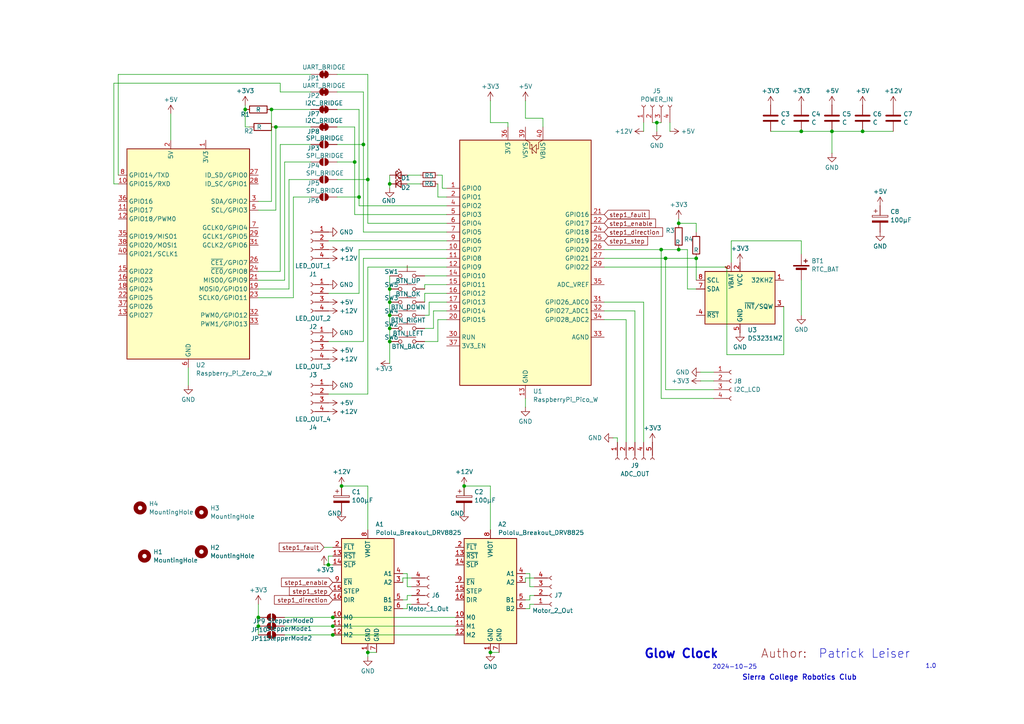
<source format=kicad_sch>
(kicad_sch (version 20250114) (generator "eeschema") (generator_version "9.0")
  (paper "A4")
  (text "1.0" (at 270.002 193.294 0) (effects (font (size 1.27 1.27))))
  (text "Glow Clock" (at 197.612 189.738 0) (effects (font (size 2.54 2.54) (thickness 0.508) (bold yes))))
  (text "Author: " (at 228.346 189.738 0) (effects (font (size 2.54 2.54))))
  (text "Patrick Leiser" (at 250.698 189.738 0) (effects (font (size 2.54 2.54))))
  (text "Sierra College Robotics Club" (at 231.902 196.596 0) (effects (font (size 1.5 1.5) (thickness 0.254) (bold yes))))
  (text "2024-10-25" (at 213.106 193.548 0) (effects (font (size 1.27 1.27))))
  (junction (at 113.03 87.63))
  (junction (at 113.03 99.06))
  (junction (at 104.14 57.15))
  (junction (at 241.3 38.1))
  (junction (at 96.52 181.61))
  (junction (at 190.5 35.56))
  (junction (at 113.03 83.82))
  (junction (at 99.06 140.97))
  (junction (at 80.01 36.83))
  (junction (at 78.74 31.75))
  (junction (at 113.03 53.34))
  (junction (at 201.93 74.93))
  (junction (at 196.85 72.39))
  (junction (at 113.03 95.25))
  (junction (at 96.52 179.07))
  (junction (at 96.52 184.15))
  (junction (at 193.04 74.93))
  (junction (at 74.93 181.61))
  (junction (at 142.24 189.23))
  (junction (at 74.93 179.07))
  (junction (at 134.62 140.97))
  (junction (at 106.68 52.07))
  (junction (at 250.19 38.1))
  (junction (at 95.25 163.83))
  (junction (at 102.87 46.99))
  (junction (at 191.77 72.39))
  (junction (at 105.41 41.91))
  (junction (at 106.68 189.23))
  (junction (at 71.12 31.75))
  (junction (at 113.03 91.44))
  (junction (at 196.85 64.77))
  (junction (at 232.41 38.1))
  (wire (pts (xy 97.79 57.15) (xy 104.14 57.15)))
  (wire (pts (xy 96.52 163.83) (xy 95.25 163.83)))
  (wire (pts (xy 201.93 67.31) (xy 201.93 64.77)))
  (wire (pts (xy 80.01 60.96) (xy 80.01 36.83)))
  (wire (pts (xy 102.87 36.83) (xy 102.87 46.99)))
  (wire (pts (xy 82.55 184.15) (xy 96.52 184.15)))
  (wire (pts (xy 81.28 24.13) (xy 81.28 26.67)))
  (wire (pts (xy 118.11 166.37) (xy 118.11 170.18)))
  (wire (pts (xy 78.74 31.75) (xy 78.74 58.42)))
  (wire (pts (xy 96.52 181.61) (xy 132.08 181.61)))
  (wire (pts (xy 203.2 110.49) (xy 207.01 110.49)))
  (wire (pts (xy 142.24 140.97) (xy 142.24 153.67)))
  (wire (pts (xy 157.48 34.29) (xy 152.4 34.29)))
  (wire (pts (xy 118.11 50.8) (xy 121.92 50.8)))
  (wire (pts (xy 95.25 99.06) (xy 105.41 99.06)))
  (wire (pts (xy 95.25 114.3) (xy 106.68 114.3)))
  (wire (pts (xy 118.11 172.72) (xy 118.11 173.99)))
  (wire (pts (xy 106.68 64.77) (xy 129.54 64.77)))
  (wire (pts (xy 33.02 53.34) (xy 33.02 24.13)))
  (wire (pts (xy 127 53.34) (xy 127 57.15)))
  (wire (pts (xy 113.03 99.06) (xy 113.03 105.41)))
  (wire (pts (xy 191.77 115.57) (xy 207.01 115.57)))
  (wire (pts (xy 119.38 172.72) (xy 118.11 172.72)))
  (wire (pts (xy 175.26 77.47) (xy 210.82 77.47)))
  (wire (pts (xy 106.68 52.07) (xy 106.68 64.77)))
  (wire (pts (xy 113.03 53.34) (xy 113.03 54.61)))
  (wire (pts (xy 113.03 83.82) (xy 113.03 87.63)))
  (wire (pts (xy 78.74 31.75) (xy 90.17 31.75)))
  (wire (pts (xy 97.79 21.59) (xy 106.68 21.59)))
  (wire (pts (xy 105.41 74.93) (xy 129.54 74.93)))
  (wire (pts (xy 82.55 46.99) (xy 90.17 46.99)))
  (wire (pts (xy 186.69 87.63) (xy 186.69 128.27)))
  (wire (pts (xy 199.39 83.82) (xy 201.93 83.82)))
  (wire (pts (xy 175.26 90.17) (xy 184.15 90.17)))
  (wire (pts (xy 241.3 38.1) (xy 250.19 38.1)))
  (wire (pts (xy 232.41 81.28) (xy 232.41 91.44)))
  (wire (pts (xy 116.84 167.64) (xy 119.38 167.64)))
  (wire (pts (xy 95.25 161.29) (xy 95.25 163.83)))
  (wire (pts (xy 82.55 179.07) (xy 96.52 179.07)))
  (wire (pts (xy 241.3 38.1) (xy 241.3 44.45)))
  (wire (pts (xy 123.19 80.01) (xy 129.54 80.01)))
  (wire (pts (xy 97.79 52.07) (xy 106.68 52.07)))
  (wire (pts (xy 152.4 115.57) (xy 152.4 118.11)))
  (wire (pts (xy 96.52 184.15) (xy 132.08 184.15)))
  (wire (pts (xy 210.82 102.87) (xy 227.33 102.87)))
  (wire (pts (xy 153.67 166.37) (xy 153.67 170.18)))
  (wire (pts (xy 106.68 77.47) (xy 106.68 114.3)))
  (wire (pts (xy 97.79 41.91) (xy 105.41 41.91)))
  (wire (pts (xy 74.93 179.07) (xy 74.93 181.61)))
  (wire (pts (xy 152.4 34.29) (xy 152.4 29.21)))
  (wire (pts (xy 105.41 67.31) (xy 129.54 67.31)))
  (wire (pts (xy 128.27 54.61) (xy 129.54 54.61)))
  (wire (pts (xy 153.67 175.26) (xy 154.94 175.26)))
  (wire (pts (xy 147.32 35.56) (xy 142.24 35.56)))
  (wire (pts (xy 184.15 90.17) (xy 184.15 128.27)))
  (wire (pts (xy 34.29 21.59) (xy 90.17 21.59)))
  (wire (pts (xy 191.77 72.39) (xy 191.77 115.57)))
  (wire (pts (xy 189.23 35.56) (xy 190.5 35.56)))
  (wire (pts (xy 153.67 170.18) (xy 154.94 170.18)))
  (wire (pts (xy 82.55 81.28) (xy 82.55 46.99)))
  (wire (pts (xy 142.24 35.56) (xy 142.24 29.21)))
  (wire (pts (xy 105.41 26.67) (xy 97.79 26.67)))
  (wire (pts (xy 152.4 176.53) (xy 153.67 176.53)))
  (wire (pts (xy 129.54 77.47) (xy 106.68 77.47)))
  (wire (pts (xy 74.93 58.42) (xy 78.74 58.42)))
  (wire (pts (xy 127 57.15) (xy 129.54 57.15)))
  (wire (pts (xy 106.68 189.23) (xy 109.22 189.23)))
  (wire (pts (xy 127 50.8) (xy 128.27 50.8)))
  (wire (pts (xy 194.31 35.56) (xy 194.31 38.1)))
  (wire (pts (xy 113.03 80.01) (xy 113.03 83.82)))
  (wire (pts (xy 190.5 35.56) (xy 190.5 38.1)))
  (wire (pts (xy 129.54 85.09) (xy 123.19 85.09)))
  (wire (pts (xy 116.84 176.53) (xy 118.11 176.53)))
  (wire (pts (xy 123.19 85.09) (xy 123.19 87.63)))
  (wire (pts (xy 113.03 87.63) (xy 113.03 91.44)))
  (wire (pts (xy 81.28 41.91) (xy 90.17 41.91)))
  (wire (pts (xy 104.14 85.09) (xy 95.25 85.09)))
  (wire (pts (xy 123.19 82.55) (xy 123.19 83.82)))
  (wire (pts (xy 106.68 140.97) (xy 99.06 140.97)))
  (wire (pts (xy 80.01 36.83) (xy 90.17 36.83)))
  (wire (pts (xy 181.61 92.71) (xy 181.61 128.27)))
  (wire (pts (xy 102.87 46.99) (xy 102.87 62.23)))
  (wire (pts (xy 34.29 53.34) (xy 33.02 53.34)))
  (wire (pts (xy 83.82 52.07) (xy 90.17 52.07)))
  (wire (pts (xy 113.03 50.8) (xy 113.03 53.34)))
  (wire (pts (xy 85.09 57.15) (xy 90.17 57.15)))
  (wire (pts (xy 142.24 189.23) (xy 144.78 189.23)))
  (wire (pts (xy 175.26 87.63) (xy 186.69 87.63)))
  (wire (pts (xy 71.12 31.75) (xy 71.12 36.83)))
  (wire (pts (xy 134.62 140.97) (xy 134.62 143.51)))
  (wire (pts (xy 97.79 36.83) (xy 102.87 36.83)))
  (wire (pts (xy 106.68 189.23) (xy 106.68 190.5)))
  (wire (pts (xy 118.11 175.26) (xy 119.38 175.26)))
  (wire (pts (xy 93.98 163.83) (xy 95.25 163.83)))
  (wire (pts (xy 199.39 72.39) (xy 199.39 83.82)))
  (wire (pts (xy 193.04 113.03) (xy 207.01 113.03)))
  (wire (pts (xy 129.54 92.71) (xy 127 92.71)))
  (wire (pts (xy 118.11 173.99) (xy 116.84 173.99)))
  (wire (pts (xy 196.85 72.39) (xy 199.39 72.39)))
  (wire (pts (xy 97.79 46.99) (xy 102.87 46.99)))
  (wire (pts (xy 104.14 72.39) (xy 129.54 72.39)))
  (wire (pts (xy 118.11 53.34) (xy 121.92 53.34)))
  (wire (pts (xy 105.41 41.91) (xy 105.41 67.31)))
  (wire (pts (xy 134.62 140.97) (xy 142.24 140.97)))
  (wire (pts (xy 147.32 35.56) (xy 147.32 36.83)))
  (wire (pts (xy 128.27 50.8) (xy 128.27 54.61)))
  (wire (pts (xy 152.4 166.37) (xy 153.67 166.37)))
  (wire (pts (xy 127 99.06) (xy 123.19 99.06)))
  (wire (pts (xy 175.26 74.93) (xy 193.04 74.93)))
  (wire (pts (xy 106.68 153.67) (xy 106.68 140.97)))
  (wire (pts (xy 125.73 95.25) (xy 123.19 95.25)))
  (wire (pts (xy 196.85 64.77) (xy 196.85 63.5)))
  (wire (pts (xy 106.68 21.59) (xy 106.68 52.07)))
  (wire (pts (xy 152.4 167.64) (xy 152.4 168.91)))
  (wire (pts (xy 85.09 86.36) (xy 85.09 57.15)))
  (wire (pts (xy 124.46 87.63) (xy 124.46 91.44)))
  (wire (pts (xy 154.94 172.72) (xy 153.67 172.72)))
  (wire (pts (xy 96.52 158.75) (xy 93.98 158.75)))
  (wire (pts (xy 250.19 38.1) (xy 259.08 38.1)))
  (wire (pts (xy 33.02 24.13) (xy 81.28 24.13)))
  (wire (pts (xy 104.14 31.75) (xy 104.14 57.15)))
  (wire (pts (xy 157.48 34.29) (xy 157.48 36.83)))
  (wire (pts (xy 74.93 81.28) (xy 82.55 81.28)))
  (wire (pts (xy 175.26 72.39) (xy 191.77 72.39)))
  (wire (pts (xy 74.93 86.36) (xy 85.09 86.36)))
  (wire (pts (xy 102.87 62.23) (xy 129.54 62.23)))
  (wire (pts (xy 83.82 83.82) (xy 83.82 52.07)))
  (wire (pts (xy 95.25 69.85) (xy 129.54 69.85)))
  (wire (pts (xy 232.41 38.1) (xy 241.3 38.1)))
  (wire (pts (xy 95.25 161.29) (xy 96.52 161.29)))
  (wire (pts (xy 129.54 87.63) (xy 124.46 87.63)))
  (wire (pts (xy 74.93 83.82) (xy 83.82 83.82)))
  (wire (pts (xy 212.09 76.2) (xy 212.09 69.85)))
  (wire (pts (xy 201.93 74.93) (xy 201.93 81.28)))
  (wire (pts (xy 54.61 106.68) (xy 54.61 111.76)))
  (wire (pts (xy 74.93 175.26) (xy 74.93 179.07)))
  (wire (pts (xy 74.93 181.61) (xy 74.93 184.15)))
  (wire (pts (xy 193.04 74.93) (xy 193.04 113.03)))
  (wire (pts (xy 116.84 166.37) (xy 118.11 166.37)))
  (wire (pts (xy 74.93 60.96) (xy 80.01 60.96)))
  (wire (pts (xy 74.93 78.74) (xy 81.28 78.74)))
  (wire (pts (xy 127 92.71) (xy 127 99.06)))
  (wire (pts (xy 125.73 90.17) (xy 125.73 95.25)))
  (wire (pts (xy 129.54 82.55) (xy 123.19 82.55)))
  (wire (pts (xy 153.67 172.72) (xy 153.67 173.99)))
  (wire (pts (xy 97.79 31.75) (xy 104.14 31.75)))
  (wire (pts (xy 49.53 33.02) (xy 49.53 40.64)))
  (wire (pts (xy 71.12 36.83) (xy 72.39 36.83)))
  (wire (pts (xy 201.93 64.77) (xy 196.85 64.77)))
  (wire (pts (xy 179.07 127) (xy 179.07 128.27)))
  (wire (pts (xy 191.77 35.56) (xy 190.5 35.56)))
  (wire (pts (xy 193.04 74.93) (xy 201.93 74.93)))
  (wire (pts (xy 129.54 90.17) (xy 125.73 90.17)))
  (wire (pts (xy 118.11 176.53) (xy 118.11 175.26)))
  (wire (pts (xy 154.94 167.64) (xy 152.4 167.64)))
  (wire (pts (xy 223.52 38.1) (xy 232.41 38.1)))
  (wire (pts (xy 210.82 77.47) (xy 210.82 102.87)))
  (wire (pts (xy 104.14 59.69) (xy 129.54 59.69)))
  (wire (pts (xy 81.28 78.74) (xy 81.28 41.91)))
  (wire (pts (xy 116.84 168.91) (xy 116.84 167.64)))
  (wire (pts (xy 104.14 72.39) (xy 104.14 85.09)))
  (wire (pts (xy 212.09 69.85) (xy 232.41 69.85)))
  (wire (pts (xy 118.11 170.18) (xy 119.38 170.18)))
  (wire (pts (xy 81.28 26.67) (xy 90.17 26.67)))
  (wire (pts (xy 113.03 95.25) (xy 113.03 99.06)))
  (wire (pts (xy 96.52 179.07) (xy 132.08 179.07)))
  (wire (pts (xy 152.4 173.99) (xy 153.67 173.99)))
  (wire (pts (xy 113.03 91.44) (xy 113.03 95.25)))
  (wire (pts (xy 203.2 107.95) (xy 207.01 107.95)))
  (wire (pts (xy 105.41 74.93) (xy 105.41 99.06)))
  (wire (pts (xy 82.55 181.61) (xy 96.52 181.61)))
  (wire (pts (xy 177.8 127) (xy 179.07 127)))
  (wire (pts (xy 34.29 50.8) (xy 34.29 21.59)))
  (wire (pts (xy 191.77 72.39) (xy 196.85 72.39)))
  (wire (pts (xy 186.69 35.56) (xy 186.69 38.1)))
  (wire (pts (xy 175.26 92.71) (xy 181.61 92.71)))
  (wire (pts (xy 71.12 30.48) (xy 71.12 31.75)))
  (wire (pts (xy 232.41 69.85) (xy 232.41 73.66)))
  (wire (pts (xy 104.14 57.15) (xy 104.14 59.69)))
  (wire (pts (xy 153.67 176.53) (xy 153.67 175.26)))
  (wire (pts (xy 124.46 91.44) (xy 123.19 91.44)))
  (wire (pts (xy 105.41 26.67) (xy 105.41 41.91)))
  (wire (pts (xy 227.33 102.87) (xy 227.33 88.9)))
  (global_label "step1_fault" (shape input) (at 175.26 62.23 0) (property "Intersheetrefs" "${INTERSHEET_REFS}" (effects (hide yes))))
  (global_label "step1_enable" (shape input) (at 175.26 64.77 0) (property "Intersheetrefs" "${INTERSHEET_REFS}" (effects (hide yes))))
  (global_label "step1_direction" (shape input) (at 96.52 173.99 180) (property "Intersheetrefs" "${INTERSHEET_REFS}" (effects (hide yes))))
  (global_label "step1_step" (shape input) (at 96.52 171.45 180) (property "Intersheetrefs" "${INTERSHEET_REFS}" (effects (hide yes))))
  (global_label "step1_direction" (shape input) (at 175.26 67.31 0) (property "Intersheetrefs" "${INTERSHEET_REFS}" (effects (hide yes))))
  (global_label "step1_enable" (shape input) (at 96.52 168.91 180) (property "Intersheetrefs" "${INTERSHEET_REFS}" (effects (hide yes))))
  (global_label "step1_fault" (shape input) (at 93.98 158.75 180) (property "Intersheetrefs" "${INTERSHEET_REFS}" (effects (hide yes))))
  (global_label "step1_step" (shape input) (at 175.26 69.85 0) (property "Intersheetrefs" "${INTERSHEET_REFS}" (effects (hide yes))))
  (symbol (lib_id "Driver_Motor:Pololu_Breakout_DRV8825") (at 106.68 168.91 0) (unit 1)
    (property "Reference" "A1" (at 108.8741 152.0655 0) (effects (justify left)))
    (property "Value" "Pololu_Breakout_DRV8825" (at 108.8741 154.4898 0) (effects (justify left)))
    (property "Footprint" "Module:Pololu_Breakout-16_15.2x20.3mm" (effects (hide yes)))
    (property "Datasheet" "https://www.pololu.com/product/2982" (effects (hide yes)))
    (property "Description" "Pololu Breakout Board, Stepper Driver DRV8825" (effects (hide yes)))
  )
  (symbol (lib_id "power:+12V") (at 259.08 30.48 0) (unit 1)
    (property "Reference" "#PWR045" (effects (hide yes)))
    (property "Value" "+12V" (at 259.08 26.3469 0))
    (property "Description" "Power symbol creates a global label with name \"+12V\"" (effects (hide yes)))
  )
  (symbol (lib_id "Connector:Conn_01x04_Socket") (at 90.17 99.06 0) (mirror y) (unit 1)
    (property "Reference" "J3" (at 90.805 108.7417 0))
    (property "Value" "LED_OUT_3" (at 90.805 106.3174 0))
    (property "Footprint" "Connector_JST:JST_XH_B4B-XH-A_1x04_P2.50mm_Vertical" (effects (hide yes)))
    (property "Description" "Generic connector, single row, 01x04, script generated" (effects (hide yes)))
  )
  (symbol (lib_id "power:+3V3") (at 214.63 76.2 0) (unit 1)
    (property "Reference" "#PWR09" (effects (hide yes)))
    (property "Value" "+3V3" (at 214.63 72.0669 0))
    (property "Description" "Power symbol creates a global label with name \"+3V3\"" (effects (hide yes)))
  )
  (symbol (lib_id "Device:C") (at 241.3 34.29 0) (unit 1)
    (property "Reference" "C5" (at 244.221 33.0778 0) (effects (justify left)))
    (property "Value" "C" (at 244.221 35.5021 0) (effects (justify left)))
    (property "Footprint" "Capacitor_SMD:C_0603_1608Metric" (effects (hide yes)))
    (property "Description" "Unpolarized capacitor" (effects (hide yes)))
  )
  (symbol (lib_id "power:+12V") (at 95.25 74.93 270) (unit 1)
    (property "Reference" "#PWR023" (effects (hide yes)))
    (property "Value" "+12V" (at 98.425 74.93 90) (effects (justify left)))
    (property "Description" "Power symbol creates a global label with name \"+12V\"" (effects (hide yes)))
  )
  (symbol (lib_id "Switch:SW_Push") (at 118.11 99.06 0) (unit 1)
    (property "Reference" "SW6" (at 113.538 97.8365 0))
    (property "Value" "BTN_BACK" (at 118.364 100.5148 0))
    (property "Footprint" "Button_Switch_SMD:SW_Push_1P1T_NO_6x6mm_H9.5mm" (effects (hide yes)))
    (property "Description" "Push button switch, generic, two pins" (effects (hide yes)))
  )
  (symbol (lib_id "power:+5V") (at 194.31 38.1 270) (unit 1)
    (property "Reference" "#PWR031" (effects (hide yes)))
    (property "Value" "+5V" (at 197.485 38.1 90) (effects (justify left)))
    (property "Description" "Power symbol creates a global label with name \"+5V\"" (effects (hide yes)))
  )
  (symbol (lib_id "Jumper:SolderJumper_2_Open") (at 78.74 181.61 0) (unit 1) (exclude_from_sim yes) (in_bom no)
    (property "Reference" "JP10" (at 75.184 182.6725 0))
    (property "Value" "StepperMode1" (at 83.82 182.3028 0))
    (property "Footprint" "Jumper:SolderJumper-2_P1.3mm_Open_Pad1.0x1.5mm" (effects (hide yes)))
    (property "Description" "Solder Jumper, 2-pole, open" (effects (hide yes)))
  )
  (symbol (lib_id "Device:R") (at 201.93 71.12 0) (unit 1)
    (property "Reference" "R4" (at 198.374 69.3998 0) (effects (justify left)))
    (property "Value" "R" (at 201.168 72.5861 0) (effects (justify left)))
    (property "Footprint" "Resistor_SMD:R_0603_1608Metric" (effects (hide yes)))
    (property "Description" "Resistor" (effects (hide yes)))
  )
  (symbol (lib_id "power:+5V") (at 152.4 29.21 0) (unit 1)
    (property "Reference" "#PWR02" (effects (hide yes)))
    (property "Value" "+5V" (at 152.4 25.0769 0))
    (property "Description" "Power symbol creates a global label with name \"+5V\"" (effects (hide yes)))
  )
  (symbol (lib_id "Switch:SW_Push") (at 118.11 80.01 0) (unit 1)
    (property "Reference" "SW1" (at 113.538 78.7865 0))
    (property "Value" "BTN_UP" (at 118.364 81.4648 0))
    (property "Footprint" "Button_Switch_SMD:SW_Push_1P1T_NO_6x6mm_H9.5mm" (effects (hide yes)))
    (property "Description" "Push button switch, generic, two pins" (effects (hide yes)))
  )
  (symbol (lib_id "Connector:Conn_01x04_Socket") (at 90.17 69.85 0) (mirror y) (unit 1)
    (property "Reference" "J1" (at 90.805 79.5317 0))
    (property "Value" "LED_OUT_1" (at 90.805 77.1074 0))
    (property "Footprint" "Connector_JST:JST_XH_B4B-XH-A_1x04_P2.50mm_Vertical" (effects (hide yes)))
    (property "Description" "Generic connector, single row, 01x04, script generated" (effects (hide yes)))
  )
  (symbol (lib_id "Device:C") (at 250.19 34.29 0) (unit 1)
    (property "Reference" "C6" (at 253.111 33.0778 0) (effects (justify left)))
    (property "Value" "C" (at 253.111 35.5021 0) (effects (justify left)))
    (property "Footprint" "Capacitor_SMD:C_0603_1608Metric" (effects (hide yes)))
    (property "Description" "Unpolarized capacitor" (effects (hide yes)))
  )
  (symbol (lib_id "Device:C_Polarized") (at 255.27 63.5 0) (unit 1)
    (property "Reference" "C8" (at 258.191 61.3988 0) (effects (justify left)))
    (property "Value" "100µF" (at 258.191 63.8231 0) (effects (justify left)))
    (property "Footprint" "Capacitor_THT:CP_Radial_D10.0mm_P5.00mm" (effects (hide yes)))
    (property "Description" "Polarized capacitor" (effects (hide yes)))
  )
  (symbol (lib_id "Device:C") (at 223.52 34.29 0) (unit 1)
    (property "Reference" "C3" (at 226.441 33.0778 0) (effects (justify left)))
    (property "Value" "C" (at 226.441 35.5021 0) (effects (justify left)))
    (property "Footprint" "Capacitor_SMD:C_0603_1608Metric" (effects (hide yes)))
    (property "Description" "Unpolarized capacitor" (effects (hide yes)))
  )
  (symbol (lib_id "power:GND") (at 203.2 107.95 270) (unit 1)
    (property "Reference" "#PWR035" (effects (hide yes)))
    (property "Value" "GND" (at 200.0251 107.95 90) (effects (justify right)))
    (property "Description" "Power symbol creates a global label with name \"GND\" , ground" (effects (hide yes)))
  )
  (symbol (lib_id "Device:R") (at 74.93 31.75 90) (unit 1)
    (property "Reference" "R1" (at 71.12 33.1935 90))
    (property "Value" "R" (at 74.93 31.8078 90))
    (property "Footprint" "Resistor_SMD:R_0603_1608Metric" (effects (hide yes)))
    (property "Description" "Resistor" (effects (hide yes)))
  )
  (symbol (lib_id "Device:Battery_Cell") (at 232.41 78.74 0) (unit 1)
    (property "Reference" "BT1" (at 235.331 75.6863 0) (effects (justify left)))
    (property "Value" "RTC_BAT" (at 235.331 78.1106 0) (effects (justify left)))
    (property "Footprint" "Battery:BatteryHolder_LINX_BAT-HLD-012-SMT" (effects (hide yes)))
    (property "Description" "Single-cell battery" (effects (hide yes)))
  )
  (symbol (lib_id "power:GND") (at 95.25 67.31 90) (unit 1)
    (property "Reference" "#PWR019" (effects (hide yes)))
    (property "Value" "GND" (at 98.425 67.31 90) (effects (justify right)))
    (property "Description" "Power symbol creates a global label with name \"GND\" , ground" (effects (hide yes)))
  )
  (symbol (lib_id "Jumper:SolderJumper_2_Bridged") (at 93.98 31.75 0) (unit 1) (exclude_from_sim yes) (in_bom no)
    (property "Reference" "JP7" (at 90.932 33.0665 0))
    (property "Value" "I2C_BRIDGE" (at 93.98 29.9028 0))
    (property "Footprint" "Jumper:SolderJumper-2_P1.3mm_Bridged_Pad1.0x1.5mm" (effects (hide yes)))
    (property "Description" "Solder Jumper, 2-pole, closed/bridged" (effects (hide yes)))
  )
  (symbol (lib_id "power:+12V") (at 95.25 90.17 270) (unit 1)
    (property "Reference" "#PWR024" (effects (hide yes)))
    (property "Value" "+12V" (at 98.425 90.17 90) (effects (justify left)))
    (property "Description" "Power symbol creates a global label with name \"+12V\"" (effects (hide yes)))
  )
  (symbol (lib_id "Connector:Conn_01x05_Socket") (at 184.15 133.35 90) (mirror x) (unit 1)
    (property "Reference" "J9" (at 184.15 135.0193 90))
    (property "Value" "ADC_OUT" (at 184.15 137.4436 90))
    (property "Footprint" "Connector_JST:JST_XH_B5B-XH-A_1x05_P2.50mm_Vertical" (effects (hide yes)))
    (property "Description" "Generic connector, single row, 01x05, script generated" (effects (hide yes)))
  )
  (symbol (lib_id "Device:C_Polarized") (at 134.62 144.78 0) (unit 1)
    (property "Reference" "C2" (at 137.541 142.6788 0) (effects (justify left)))
    (property "Value" "100µF" (at 137.541 145.1031 0) (effects (justify left)))
    (property "Footprint" "Capacitor_THT:CP_Radial_D10.0mm_P5.00mm" (effects (hide yes)))
    (property "Description" "Polarized capacitor" (effects (hide yes)))
  )
  (symbol (lib_id "Jumper:SolderJumper_2_Open") (at 93.98 52.07 0) (unit 1) (exclude_from_sim yes) (in_bom no)
    (property "Reference" "JP5" (at 90.932 53.1325 0))
    (property "Value" "SPI_BRIDGE" (at 94.234 50.2228 0))
    (property "Footprint" "Jumper:SolderJumper-2_P1.3mm_Open_Pad1.0x1.5mm" (effects (hide yes)))
    (property "Description" "Solder Jumper, 2-pole, open" (effects (hide yes)))
  )
  (symbol (lib_id "Device:LED_Small") (at 115.57 53.34 0) (unit 1)
    (property "Reference" "D2" (at 117.6655 54.4025 0))
    (property "Value" "LED_Small" (effects (hide yes)))
    (property "Footprint" "LED_SMD:LED_0603_1608Metric" (effects (hide yes)))
    (property "Description" "Light emitting diode, small symbol" (effects (hide yes)))
  )
  (symbol (lib_id "Jumper:SolderJumper_2_Bridged") (at 93.98 26.67 0) (unit 1) (exclude_from_sim yes) (in_bom no)
    (property "Reference" "JP2" (at 90.932 27.7325 0))
    (property "Value" "UART_BRIDGE" (at 93.98 24.8228 0))
    (property "Footprint" "Jumper:SolderJumper-2_P1.3mm_Bridged_Pad1.0x1.5mm" (effects (hide yes)))
    (property "Description" "Solder Jumper, 2-pole, closed/bridged" (effects (hide yes)))
  )
  (symbol (lib_id "power:+3V3") (at 74.93 175.26 0) (unit 1)
    (property "Reference" "#PWR017" (effects (hide yes)))
    (property "Value" "+3V3" (at 74.93 171.1269 0))
    (property "Description" "Power symbol creates a global label with name \"+3V3\"" (effects (hide yes)))
  )
  (symbol (lib_id "power:GND") (at 255.27 67.31 0) (unit 1)
    (property "Reference" "#PWR047" (effects (hide yes)))
    (property "Value" "GND" (at 255.27 71.4431 0))
    (property "Description" "Power symbol creates a global label with name \"GND\" , ground" (effects (hide yes)))
  )
  (symbol (lib_id "power:+3V3") (at 189.23 128.27 0) (unit 1)
    (property "Reference" "#PWR039" (effects (hide yes)))
    (property "Value" "+3V3" (at 189.23 124.1369 0))
    (property "Description" "Power symbol creates a global label with name \"+3V3\"" (effects (hide yes)))
  )
  (symbol (lib_id "Device:C") (at 232.41 34.29 0) (unit 1)
    (property "Reference" "C4" (at 235.331 33.0778 0) (effects (justify left)))
    (property "Value" "C" (at 235.331 35.5021 0) (effects (justify left)))
    (property "Footprint" "Capacitor_SMD:C_0603_1608Metric" (effects (hide yes)))
    (property "Description" "Unpolarized capacitor" (effects (hide yes)))
  )
  (symbol (lib_id "power:+5V") (at 255.27 59.69 0) (unit 1)
    (property "Reference" "#PWR046" (effects (hide yes)))
    (property "Value" "+5V" (at 255.27 55.5569 0))
    (property "Description" "Power symbol creates a global label with name \"+5V\"" (effects (hide yes)))
  )
  (symbol (lib_id "Connector:Raspberry_Pi_2_3") (at 54.61 73.66 0) (unit 1)
    (property "Reference" "U2" (at 56.8041 105.8601 0) (effects (justify left)))
    (property "Value" "Raspberry_Pi_Zero_2_W" (at 56.8041 108.2844 0) (effects (justify left)))
    (property "Footprint" "Connector_PinHeader_2.00mm:PinHeader_2x20_P2.00mm_Vertical" (effects (hide yes)))
    (property "Datasheet" "https://www.raspberrypi.org/documentation/hardware/raspberrypi/schematics/rpi_SCH_3bplus_1p0_reduced.pdf" (effects (hide yes)))
    (property "Description" "expansion header for Raspberry Pi Zero 2 W" (effects (hide yes)))
  )
  (symbol (lib_id "power:+5V") (at 49.53 33.02 0) (unit 1)
    (property "Reference" "#PWR01" (effects (hide yes)))
    (property "Value" "+5V" (at 49.53 28.8869 0))
    (property "Description" "Power symbol creates a global label with name \"+5V\"" (effects (hide yes)))
  )
  (symbol (lib_id "Device:LED_Small") (at 115.57 50.8 0) (unit 1)
    (property "Reference" "D1" (at 117.6655 51.6085 0))
    (property "Value" "LED_Small" (effects (hide yes)))
    (property "Footprint" "LED_SMD:LED_0603_1608Metric" (effects (hide yes)))
    (property "Description" "Light emitting diode, small symbol" (effects (hide yes)))
  )
  (symbol (lib_id "power:+3V3") (at 196.85 63.5 0) (unit 1)
    (property "Reference" "#PWR012" (effects (hide yes)))
    (property "Value" "+3V3" (at 196.85 59.3669 0))
    (property "Description" "Power symbol creates a global label with name \"+3V3\"" (effects (hide yes)))
  )
  (symbol (lib_id "power:+5V") (at 95.25 72.39 270) (unit 1)
    (property "Reference" "#PWR021" (effects (hide yes)))
    (property "Value" "+5V" (at 98.425 72.39 90) (effects (justify left)))
    (property "Description" "Power symbol creates a global label with name \"+5V\"" (effects (hide yes)))
  )
  (symbol (lib_id "power:+3V3") (at 113.03 105.41 90) (unit 1)
    (property "Reference" "#PWR037" (effects (hide yes)))
    (property "Value" "+3V3" (at 113.919 106.934 90) (effects (justify left)))
    (property "Description" "Power symbol creates a global label with name \"+3V3\"" (effects (hide yes)))
  )
  (symbol (lib_id "Mechanical:MountingHole") (at 40.64 147.32 0) (unit 1) (exclude_from_sim yes) (in_bom no)
    (property "Reference" "H4" (at 43.18 146.1078 0) (effects (justify left)))
    (property "Value" "MountingHole" (at 43.18 148.5321 0) (effects (justify left)))
    (property "Footprint" "MountingHole:MountingHole_3.2mm_M3" (effects (hide yes)))
    (property "Description" "Mounting Hole without connection" (effects (hide yes)))
  )
  (symbol (lib_id "power:GND") (at 214.63 96.52 0) (unit 1)
    (property "Reference" "#PWR010" (effects (hide yes)))
    (property "Value" "GND" (at 214.63 100.6531 0))
    (property "Description" "Power symbol creates a global label with name \"GND\" , ground" (effects (hide yes)))
  )
  (symbol (lib_id "power:+5V") (at 241.3 30.48 0) (unit 1)
    (property "Reference" "#PWR043" (effects (hide yes)))
    (property "Value" "+5V" (at 241.3 26.3469 0))
    (property "Description" "Power symbol creates a global label with name \"+5V\"" (effects (hide yes)))
  )
  (symbol (lib_id "power:GND") (at 241.3 44.45 0) (unit 1)
    (property "Reference" "#PWR040" (effects (hide yes)))
    (property "Value" "GND" (at 241.3 48.5831 0))
    (property "Description" "Power symbol creates a global label with name \"GND\" , ground" (effects (hide yes)))
  )
  (symbol (lib_id "Connector:Conn_01x04_Socket") (at 160.02 172.72 0) (mirror x) (unit 1)
    (property "Reference" "J7" (at 160.7312 172.6622 0) (effects (justify left)))
    (property "Value" "Motor_2_Out" (at 154.3812 177.0959 0) (effects (justify left)))
    (property "Footprint" "Connector_JST:JST_XH_B4B-XH-A_1x04_P2.50mm_Vertical" (effects (hide yes)))
    (property "Description" "Generic connector, single row, 01x04, script generated" (effects (hide yes)))
  )
  (symbol (lib_id "Jumper:SolderJumper_2_Open") (at 78.74 184.15 0) (unit 1) (exclude_from_sim yes) (in_bom no)
    (property "Reference" "JP11" (at 75.184 185.2125 0))
    (property "Value" "StepperMode2" (at 83.82 185.0968 0))
    (property "Footprint" "Jumper:SolderJumper-2_P1.3mm_Open_Pad1.0x1.5mm" (effects (hide yes)))
    (property "Description" "Solder Jumper, 2-pole, open" (effects (hide yes)))
  )
  (symbol (lib_id "power:+3V3") (at 203.2 110.49 90) (unit 1)
    (property "Reference" "#PWR036" (effects (hide yes)))
    (property "Value" "+3V3" (at 200.025 110.49 90) (effects (justify left)))
    (property "Description" "Power symbol creates a global label with name \"+3V3\"" (effects (hide yes)))
  )
  (symbol (lib_id "power:GND") (at 95.25 111.76 90) (unit 1)
    (property "Reference" "#PWR028" (effects (hide yes)))
    (property "Value" "GND" (at 98.425 111.76 90) (effects (justify right)))
    (property "Description" "Power symbol creates a global label with name \"GND\" , ground" (effects (hide yes)))
  )
  (symbol (lib_id "power:+5V") (at 95.25 87.63 270) (unit 1)
    (property "Reference" "#PWR022" (effects (hide yes)))
    (property "Value" "+5V" (at 98.425 87.63 90) (effects (justify left)))
    (property "Description" "Power symbol creates a global label with name \"+5V\"" (effects (hide yes)))
  )
  (symbol (lib_id "Device:C") (at 259.08 34.29 0) (unit 1)
    (property "Reference" "C7" (at 262.001 33.0778 0) (effects (justify left)))
    (property "Value" "C" (at 262.001 35.5021 0) (effects (justify left)))
    (property "Footprint" "Capacitor_SMD:C_0603_1608Metric" (effects (hide yes)))
    (property "Description" "Unpolarized capacitor" (effects (hide yes)))
  )
  (symbol (lib_id "Jumper:SolderJumper_2_Open") (at 93.98 41.91 0) (unit 1) (exclude_from_sim yes) (in_bom no)
    (property "Reference" "JP3" (at 90.932 42.9725 0))
    (property "Value" "SPI_BRIDGE" (at 94.234 40.0628 0))
    (property "Footprint" "Jumper:SolderJumper-2_P1.3mm_Open_Pad1.0x1.5mm" (effects (hide yes)))
    (property "Description" "Solder Jumper, 2-pole, open" (effects (hide yes)))
  )
  (symbol (lib_id "power:GND") (at 232.41 91.44 0) (unit 1)
    (property "Reference" "#PWR011" (effects (hide yes)))
    (property "Value" "GND" (at 232.41 95.5731 0))
    (property "Description" "Power symbol creates a global label with name \"GND\" , ground" (effects (hide yes)))
  )
  (symbol (lib_id "power:+3V3") (at 71.12 30.48 0) (unit 1)
    (property "Reference" "#PWR03" (effects (hide yes)))
    (property "Value" "+3V3" (at 71.12 26.3469 0))
    (property "Description" "Power symbol creates a global label with name \"+3V3\"" (effects (hide yes)))
  )
  (symbol (lib_id "Connector:Conn_01x04_Socket") (at 90.17 85.09 0) (mirror y) (unit 1)
    (property "Reference" "J2" (at 90.805 94.7717 0))
    (property "Value" "LED_OUT_2" (at 90.805 92.3474 0))
    (property "Footprint" "Connector_JST:JST_XH_B4B-XH-A_1x04_P2.50mm_Vertical" (effects (hide yes)))
    (property "Description" "Generic connector, single row, 01x04, script generated" (effects (hide yes)))
  )
  (symbol (lib_id "Switch:SW_Push") (at 118.11 95.25 0) (unit 1)
    (property "Reference" "SW2" (at 113.538 94.0265 0))
    (property "Value" "BTN_LEFT" (at 118.364 96.7048 0))
    (property "Footprint" "Button_Switch_SMD:SW_Push_1P1T_NO_6x6mm_H9.5mm" (effects (hide yes)))
    (property "Description" "Push button switch, generic, two pins" (effects (hide yes)))
  )
  (symbol (lib_id "power:+3V3") (at 93.98 163.83 0) (unit 1)
    (property "Reference" "#PWR018" (effects (hide yes)))
    (property "Value" "+3V3" (at 94.234 165.2849 0))
    (property "Description" "Power symbol creates a global label with name \"+3V3\"" (effects (hide yes)))
  )
  (symbol (lib_id "power:GND") (at 177.8 127 270) (unit 1)
    (property "Reference" "#PWR038" (effects (hide yes)))
    (property "Value" "GND" (at 174.6251 127 90) (effects (justify right)))
    (property "Description" "Power symbol creates a global label with name \"GND\" , ground" (effects (hide yes)))
  )
  (symbol (lib_id "Jumper:SolderJumper_2_Open") (at 93.98 46.99 0) (unit 1) (exclude_from_sim yes) (in_bom no)
    (property "Reference" "JP4" (at 90.932 48.0525 0))
    (property "Value" "SPI_BRIDGE" (at 94.234 45.1428 0))
    (property "Footprint" "Jumper:SolderJumper-2_P1.3mm_Open_Pad1.0x1.5mm" (effects (hide yes)))
    (property "Description" "Solder Jumper, 2-pole, open" (effects (hide yes)))
  )
  (symbol (lib_id "Jumper:SolderJumper_2_Bridged") (at 93.98 21.59 0) (unit 1) (exclude_from_sim yes) (in_bom no)
    (property "Reference" "JP1" (at 90.932 22.6525 0))
    (property "Value" "UART_BRIDGE" (at 93.98 19.4888 0))
    (property "Footprint" "Jumper:SolderJumper-2_P1.3mm_Bridged_Pad1.0x1.5mm" (effects (hide yes)))
    (property "Description" "Solder Jumper, 2-pole, closed/bridged" (effects (hide yes)))
  )
  (symbol (lib_id "Mechanical:MountingHole") (at 58.42 160.02 0) (unit 1) (exclude_from_sim yes) (in_bom no)
    (property "Reference" "H2" (at 60.96 158.8078 0) (effects (justify left)))
    (property "Value" "MountingHole" (at 60.96 161.2321 0) (effects (justify left)))
    (property "Footprint" "MountingHole:MountingHole_3.2mm_M3" (effects (hide yes)))
    (property "Description" "Mounting Hole without connection" (effects (hide yes)))
  )
  (symbol (lib_id "power:+12V") (at 95.25 119.38 270) (unit 1)
    (property "Reference" "#PWR030" (effects (hide yes)))
    (property "Value" "+12V" (at 98.425 119.38 90) (effects (justify left)))
    (property "Description" "Power symbol creates a global label with name \"+12V\"" (effects (hide yes)))
  )
  (symbol (lib_id "power:GND") (at 106.68 190.5 0) (unit 1)
    (property "Reference" "#PWR07" (effects (hide yes)))
    (property "Value" "GND" (at 106.68 194.6331 0))
    (property "Description" "Power symbol creates a global label with name \"GND\" , ground" (effects (hide yes)))
  )
  (symbol (lib_id "Jumper:SolderJumper_2_Open") (at 78.74 179.07 0) (unit 1) (exclude_from_sim yes) (in_bom no)
    (property "Reference" "JP9" (at 75.184 180.1325 0))
    (property "Value" "StepperMode0" (at 84.328 180.0168 0))
    (property "Footprint" "Jumper:SolderJumper-2_P1.3mm_Open_Pad1.0x1.5mm" (effects (hide yes)))
    (property "Description" "Solder Jumper, 2-pole, open" (effects (hide yes)))
  )
  (symbol (lib_id "power:GND") (at 95.25 82.55 90) (unit 1)
    (property "Reference" "#PWR020" (effects (hide yes)))
    (property "Value" "GND" (at 98.425 82.55 90) (effects (justify right)))
    (property "Description" "Power symbol creates a global label with name \"GND\" , ground" (effects (hide yes)))
  )
  (symbol (lib_id "Connector:Conn_01x04_Socket") (at 124.46 172.72 0) (mirror x) (unit 1)
    (property "Reference" "J6" (at 125.1712 172.6622 0) (effects (justify left)))
    (property "Value" "Motor_1_Out" (at 118.3132 176.5879 0) (effects (justify left)))
    (property "Footprint" "Connector_JST:JST_XH_B4B-XH-A_1x04_P2.50mm_Vertical" (effects (hide yes)))
    (property "Description" "Generic connector, single row, 01x04, script generated" (effects (hide yes)))
  )
  (symbol (lib_id "Mechanical:MountingHole") (at 41.91 161.29 0) (unit 1) (exclude_from_sim yes) (in_bom no)
    (property "Reference" "H1" (at 44.45 160.0778 0) (effects (justify left)))
    (property "Value" "MountingHole" (at 44.45 162.5021 0) (effects (justify left)))
    (property "Footprint" "MountingHole:MountingHole_3.2mm_M3" (effects (hide yes)))
    (property "Description" "Mounting Hole without connection" (effects (hide yes)))
  )
  (symbol (lib_id "power:+5V") (at 250.19 30.48 0) (unit 1)
    (property "Reference" "#PWR044" (effects (hide yes)))
    (property "Value" "+5V" (at 250.19 26.3469 0))
    (property "Description" "Power symbol creates a global label with name \"+5V\"" (effects (hide yes)))
  )
  (symbol (lib_id "Device:R_Small") (at 124.46 50.8 90) (unit 1)
    (property "Reference" "R5" (at 124.46 50.9989 90))
    (property "Value" "R_Small" (effects (hide yes)))
    (property "Footprint" "Resistor_SMD:R_0603_1608Metric" (effects (hide yes)))
    (property "Description" "Resistor, small symbol" (effects (hide yes)))
  )
  (symbol (lib_id "Jumper:SolderJumper_2_Bridged") (at 93.98 36.83 0) (unit 1) (exclude_from_sim yes) (in_bom no)
    (property "Reference" "JP8" (at 90.932 38.1465 0))
    (property "Value" "I2C_BRIDGE" (at 93.98 34.9828 0))
    (property "Footprint" "Jumper:SolderJumper-2_P1.3mm_Bridged_Pad1.0x1.5mm" (effects (hide yes)))
    (property "Description" "Solder Jumper, 2-pole, closed/bridged" (effects (hide yes)))
  )
  (symbol (lib_id "power:GND") (at 95.25 96.52 90) (unit 1)
    (property "Reference" "#PWR025" (effects (hide yes)))
    (property "Value" "GND" (at 98.425 96.52 90) (effects (justify right)))
    (property "Description" "Power symbol creates a global label with name \"GND\" , ground" (effects (hide yes)))
  )
  (symbol (lib_id "Switch:SW_Push") (at 118.11 87.63 0) (unit 1)
    (property "Reference" "SW3" (at 113.538 86.4065 0))
    (property "Value" "BTN_DOWN" (at 118.364 89.0848 0))
    (property "Footprint" "Button_Switch_SMD:SW_Push_1P1T_NO_6x6mm_H9.5mm" (effects (hide yes)))
    (property "Description" "Push button switch, generic, two pins" (effects (hide yes)))
  )
  (symbol (lib_id "power:GND") (at 152.4 118.11 0) (unit 1)
    (property "Reference" "#PWR05" (effects (hide yes)))
    (property "Value" "GND" (at 152.4 122.2431 0))
    (property "Description" "Power symbol creates a global label with name \"GND\" , ground" (effects (hide yes)))
  )
  (symbol (lib_id "Driver_Motor:Pololu_Breakout_DRV8825") (at 142.24 168.91 0) (unit 1)
    (property "Reference" "A2" (at 144.4341 152.0655 0) (effects (justify left)))
    (property "Value" "Pololu_Breakout_DRV8825" (at 144.4341 154.4898 0) (effects (justify left)))
    (property "Footprint" "Module:Pololu_Breakout-16_15.2x20.3mm" (effects (hide yes)))
    (property "Datasheet" "https://www.pololu.com/product/2982" (effects (hide yes)))
    (property "Description" "Pololu Breakout Board, Stepper Driver DRV8825" (effects (hide yes)))
  )
  (symbol (lib_id "Device:R") (at 76.2 36.83 90) (unit 1)
    (property "Reference" "R2" (at 72.136 38.0195 90))
    (property "Value" "R" (at 75.184 36.8878 90))
    (property "Footprint" "Resistor_SMD:R_0603_1608Metric" (effects (hide yes)))
    (property "Description" "Resistor" (effects (hide yes)))
  )
  (symbol (lib_id "Connector:Conn_01x04_Socket") (at 90.17 114.3 0) (mirror y) (unit 1)
    (property "Reference" "J4" (at 90.805 123.9817 0))
    (property "Value" "LED_OUT_4" (at 90.805 121.5574 0))
    (property "Footprint" "Connector_JST:JST_XH_B4B-XH-A_1x04_P2.50mm_Vertical" (effects (hide yes)))
    (property "Description" "Generic connector, single row, 01x04, script generated" (effects (hide yes)))
  )
  (symbol (lib_id "power:GND") (at 113.03 54.61 0) (unit 1)
    (property "Reference" "#PWR034" (effects (hide yes)))
    (property "Value" "GND" (at 112.776 58.2351 0))
    (property "Description" "Power symbol creates a global label with name \"GND\" , ground" (effects (hide yes)))
  )
  (symbol (lib_id "power:GND") (at 99.06 148.59 0) (unit 1)
    (property "Reference" "#PWR015" (effects (hide yes)))
    (property "Value" "GND" (at 97.028 148.9131 0))
    (property "Description" "Power symbol creates a global label with name \"GND\" , ground" (effects (hide yes)))
  )
  (symbol (lib_id "power:+5V") (at 95.25 101.6 270) (unit 1)
    (property "Reference" "#PWR026" (effects (hide yes)))
    (property "Value" "+5V" (at 98.425 101.6 90) (effects (justify left)))
    (property "Description" "Power symbol creates a global label with name \"+5V\"" (effects (hide yes)))
  )
  (symbol (lib_id "Device:C_Polarized") (at 99.06 144.78 0) (unit 1)
    (property "Reference" "C1" (at 101.981 142.6788 0) (effects (justify left)))
    (property "Value" "100µF" (at 101.981 145.1031 0) (effects (justify left)))
    (property "Footprint" "Capacitor_THT:CP_Radial_D10.0mm_P5.00mm" (effects (hide yes)))
    (property "Description" "Polarized capacitor" (effects (hide yes)))
  )
  (symbol (lib_id "power:+3V3") (at 142.24 29.21 0) (unit 1)
    (property "Reference" "#PWR08" (effects (hide yes)))
    (property "Value" "+3V3" (at 142.24 25.0769 0))
    (property "Description" "Power symbol creates a global label with name \"+3V3\"" (effects (hide yes)))
  )
  (symbol (lib_id "power:+3V3") (at 232.41 30.48 0) (unit 1)
    (property "Reference" "#PWR042" (effects (hide yes)))
    (property "Value" "+3V3" (at 232.41 26.3469 0))
    (property "Description" "Power symbol creates a global label with name \"+3V3\"" (effects (hide yes)))
  )
  (symbol (lib_id "power:GND") (at 190.5 38.1 0) (unit 1)
    (property "Reference" "#PWR032" (effects (hide yes)))
    (property "Value" "GND" (at 190.5 42.2331 0))
    (property "Description" "Power symbol creates a global label with name \"GND\" , ground" (effects (hide yes)))
  )
  (symbol (lib_id "Switch:SW_Push") (at 118.11 91.44 0) (unit 1)
    (property "Reference" "SW4" (at 113.538 90.2165 0))
    (property "Value" "BTN_RIGHT" (at 118.364 92.8948 0))
    (property "Footprint" "Button_Switch_SMD:SW_Push_1P1T_NO_6x6mm_H9.5mm" (effects (hide yes)))
    (property "Description" "Push button switch, generic, two pins" (effects (hide yes)))
  )
  (symbol (lib_id "Mechanical:MountingHole") (at 58.42 148.59 0) (unit 1) (exclude_from_sim yes) (in_bom no)
    (property "Reference" "H3" (at 60.96 147.3778 0) (effects (justify left)))
    (property "Value" "MountingHole" (at 60.96 149.8021 0) (effects (justify left)))
    (property "Footprint" "MountingHole:MountingHole_3.2mm_M3" (effects (hide yes)))
    (property "Description" "Mounting Hole without connection" (effects (hide yes)))
  )
  (symbol (lib_id "power:GND") (at 142.24 189.23 0) (unit 1)
    (property "Reference" "#PWR06" (effects (hide yes)))
    (property "Value" "GND" (at 142.24 193.3631 0))
    (property "Description" "Power symbol creates a global label with name \"GND\" , ground" (effects (hide yes)))
  )
  (symbol (lib_id "Module_RaspberryPi_Pico:RaspberryPi_Pico_W") (at 152.4 77.47 0) (unit 1)
    (property "Reference" "U1" (at 154.5941 113.4801 0) (effects (justify left)))
    (property "Value" "RaspberryPi_Pico_W" (at 154.5941 115.9044 0) (effects (justify left)))
    (property "Footprint" "RaspberryPi_Pico:RaspberryPi_Pico_Common" (effects (hide yes)))
    (property "Datasheet" "https://datasheets.raspberrypi.com/picow/pico-w-datasheet.pdf" (effects (hide yes)))
    (property "Description" "Versatile and inexpensive wireless microcontroller module powered by RP2040 dual-core Arm Cortex-M0+ processor up to 133 MHz, 264kB SRAM, 2MB QSPI flash, Infineon CYW43439 2.4GHz 802.11n wireless LAN" (effects (hide yes)))
  )
  (symbol (lib_id "power:+12V") (at 186.69 38.1 90) (unit 1)
    (property "Reference" "#PWR033" (effects (hide yes)))
    (property "Value" "+12V" (at 183.515 38.1 90) (effects (justify left)))
    (property "Description" "Power symbol creates a global label with name \"+12V\"" (effects (hide yes)))
  )
  (symbol (lib_id "power:+12V") (at 134.62 140.97 0) (unit 1)
    (property "Reference" "#PWR014" (effects (hide yes)))
    (property "Value" "+12V" (at 134.62 136.8369 0))
    (property "Description" "Power symbol creates a global label with name \"+12V\"" (effects (hide yes)))
  )
  (symbol (lib_id "Device:R_Small") (at 124.46 53.34 90) (unit 1)
    (property "Reference" "R6" (at 124.46 53.2849 90))
    (property "Value" "R_Small" (effects (hide yes)))
    (property "Footprint" "Resistor_SMD:R_0603_1608Metric" (effects (hide yes)))
    (property "Description" "Resistor, small symbol" (effects (hide yes)))
  )
  (symbol (lib_id "power:+5V") (at 95.25 116.84 270) (unit 1)
    (property "Reference" "#PWR029" (effects (hide yes)))
    (property "Value" "+5V" (at 98.425 116.84 90) (effects (justify left)))
    (property "Description" "Power symbol creates a global label with name \"+5V\"" (effects (hide yes)))
  )
  (symbol (lib_id "power:+12V") (at 95.25 104.14 270) (unit 1)
    (property "Reference" "#PWR027" (effects (hide yes)))
    (property "Value" "+12V" (at 98.425 104.14 90) (effects (justify left)))
    (property "Description" "Power symbol creates a global label with name \"+12V\"" (effects (hide yes)))
  )
  (symbol (lib_id "Switch:SW_Push") (at 118.11 83.82 0) (unit 1)
    (property "Reference" "SW5" (at 113.538 82.5965 0))
    (property "Value" "BTN_OK" (at 118.364 85.2748 0))
    (property "Footprint" "Button_Switch_SMD:SW_Push_1P1T_NO_6x6mm_H9.5mm" (effects (hide yes)))
    (property "Description" "Push button switch, generic, two pins" (effects (hide yes)))
  )
  (symbol (lib_id "power:+12V") (at 99.06 140.97 0) (unit 1)
    (property "Reference" "#PWR013" (effects (hide yes)))
    (property "Value" "+12V" (at 99.06 136.8369 0))
    (property "Description" "Power symbol creates a global label with name \"+12V\"" (effects (hide yes)))
  )
  (symbol (lib_id "Connector:Conn_01x04_Socket") (at 212.09 110.49 0) (unit 1)
    (property "Reference" "J8" (at 212.8012 110.5478 0) (effects (justify left)))
    (property "Value" "I2C_LCD" (at 212.8012 112.9721 0) (effects (justify left)))
    (property "Footprint" "Connector_PinHeader_2.54mm:PinHeader_1x04_P2.54mm_Vertical" (effects (hide yes)))
    (property "Description" "Generic connector, single row, 01x04, script generated" (effects (hide yes)))
  )
  (symbol (lib_id "power:GND") (at 134.62 148.59 0) (unit 1)
    (property "Reference" "#PWR016" (effects (hide yes)))
    (property "Value" "GND" (at 132.588 148.9131 0))
    (property "Description" "Power symbol creates a global label with name \"GND\" , ground" (effects (hide yes)))
  )
  (symbol (lib_id "Device:R") (at 196.85 68.58 0) (unit 1)
    (property "Reference" "R3" (at 193.04 66.8598 0) (effects (justify left)))
    (property "Value" "R" (at 195.834 70.3001 0) (effects (justify left)))
    (property "Footprint" "Resistor_SMD:R_0603_1608Metric" (effects (hide yes)))
    (property "Description" "Resistor" (effects (hide yes)))
  )
  (symbol (lib_id "power:+3V3") (at 223.52 30.48 0) (unit 1)
    (property "Reference" "#PWR041" (effects (hide yes)))
    (property "Value" "+3V3" (at 223.52 26.3469 0))
    (property "Description" "Power symbol creates a global label with name \"+3V3\"" (effects (hide yes)))
  )
  (symbol (lib_id "Connector:Conn_01x04_Socket") (at 189.23 30.48 90) (unit 1)
    (property "Reference" "J5" (at 190.5 26.3863 90))
    (property "Value" "POWER_IN" (at 190.5 28.8106 90))
    (property "Footprint" "Connector_TE-Connectivity:TE_MATE-N-LOK_350211-1_1x04_P5.08mm_Vertical" (effects (hide yes)))
    (property "Description" "Generic connector, single row, 01x04, script generated" (effects (hide yes)))
  )
  (symbol (lib_id "Timer_RTC:DS3231MZ") (at 214.63 86.36 0) (unit 1)
    (property "Reference" "U3" (at 216.8241 95.7001 0) (effects (justify left)))
    (property "Value" "DS3231MZ" (at 216.8241 98.1244 0) (effects (justify left)))
    (property "Footprint" "Package_SO:SOIC-8_3.9x4.9mm_P1.27mm" (effects (hide yes)))
    (property "Datasheet" "http://datasheets.maximintegrated.com/en/ds/DS3231M.pdf" (effects (hide yes)))
    (property "Description" "±5ppm, I2C Real-Time Clock SOIC-8" (effects (hide yes)))
  )
  (symbol (lib_id "power:GND") (at 54.61 111.76 0) (unit 1)
    (property "Reference" "#PWR04" (effects (hide yes)))
    (property "Value" "GND" (at 54.61 115.8931 0))
    (property "Description" "Power symbol creates a global label with name \"GND\" , ground" (effects (hide yes)))
  )
  (symbol (lib_id "Jumper:SolderJumper_2_Open") (at 93.98 57.15 0) (unit 1) (exclude_from_sim yes) (in_bom no)
    (property "Reference" "JP6" (at 90.932 58.2125 0))
    (property "Value" "SPI_BRIDGE" (at 94.234 55.3028 0))
    (property "Footprint" "Jumper:SolderJumper-2_P1.3mm_Open_Pad1.0x1.5mm" (effects (hide yes)))
    (property "Description" "Solder Jumper, 2-pole, open" (effects (hide yes)))
  )
)
</source>
